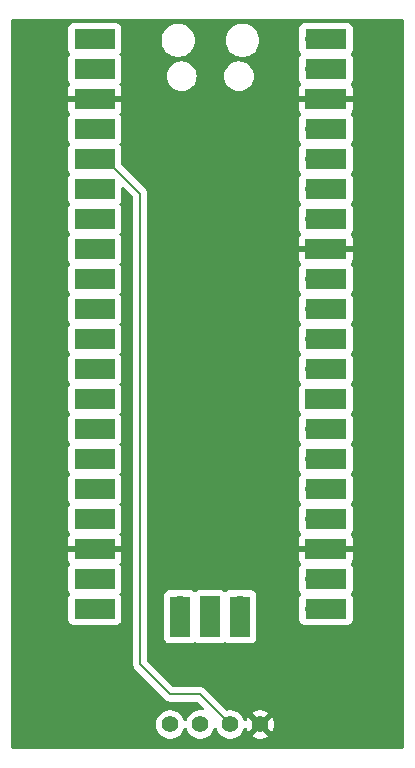
<source format=gbl>
G04 #@! TF.GenerationSoftware,KiCad,Pcbnew,8.0.1*
G04 #@! TF.CreationDate,2024-10-21T20:58:36+13:00*
G04 #@! TF.ProjectId,aurorawatchpcb,6175726f-7261-4776-9174-63687063622e,rev?*
G04 #@! TF.SameCoordinates,Original*
G04 #@! TF.FileFunction,Copper,L2,Bot*
G04 #@! TF.FilePolarity,Positive*
%FSLAX46Y46*%
G04 Gerber Fmt 4.6, Leading zero omitted, Abs format (unit mm)*
G04 Created by KiCad (PCBNEW 8.0.1) date 2024-10-21 20:58:36*
%MOMM*%
%LPD*%
G01*
G04 APERTURE LIST*
G04 #@! TA.AperFunction,SMDPad,CuDef*
%ADD10R,1.700000X3.500000*%
G04 #@! TD*
G04 #@! TA.AperFunction,ComponentPad*
%ADD11O,1.700000X1.700000*%
G04 #@! TD*
G04 #@! TA.AperFunction,ComponentPad*
%ADD12R,1.700000X1.700000*%
G04 #@! TD*
G04 #@! TA.AperFunction,SMDPad,CuDef*
%ADD13R,3.500000X1.700000*%
G04 #@! TD*
G04 #@! TA.AperFunction,ComponentPad*
%ADD14C,1.400000*%
G04 #@! TD*
G04 #@! TA.AperFunction,Conductor*
%ADD15C,0.200000*%
G04 #@! TD*
G04 APERTURE END LIST*
D10*
X111353800Y-114070200D03*
D11*
X111353800Y-113170200D03*
D10*
X113893800Y-114070200D03*
D12*
X113893800Y-113170200D03*
D11*
X116433800Y-113170200D03*
D10*
X116433800Y-114070200D03*
D13*
X104103800Y-65140200D03*
D11*
X105003800Y-65140200D03*
X105003800Y-67680200D03*
D13*
X104103800Y-67680200D03*
D12*
X105003800Y-70220200D03*
D13*
X104103800Y-70220200D03*
D11*
X105003800Y-72760200D03*
D13*
X104103800Y-72760200D03*
X104103800Y-75300200D03*
D11*
X105003800Y-75300200D03*
X105003800Y-77840200D03*
D13*
X104103800Y-77840200D03*
D11*
X105003800Y-80380200D03*
D13*
X104103800Y-80380200D03*
D12*
X105003800Y-82920200D03*
D13*
X104103800Y-82920200D03*
X104103800Y-85460200D03*
D11*
X105003800Y-85460200D03*
D13*
X104103800Y-88000200D03*
D11*
X105003800Y-88000200D03*
X105003800Y-90540200D03*
D13*
X104103800Y-90540200D03*
X104103800Y-93080200D03*
D11*
X105003800Y-93080200D03*
D13*
X104103800Y-95620200D03*
D12*
X105003800Y-95620200D03*
D13*
X104103800Y-98160200D03*
D11*
X105003800Y-98160200D03*
X105003800Y-100700200D03*
D13*
X104103800Y-100700200D03*
D11*
X105003800Y-103240200D03*
D13*
X104103800Y-103240200D03*
X104103800Y-105780200D03*
D11*
X105003800Y-105780200D03*
D12*
X105003800Y-108320200D03*
D13*
X104103800Y-108320200D03*
D11*
X105003800Y-110860200D03*
D13*
X104103800Y-110860200D03*
D11*
X105003800Y-113400200D03*
D13*
X104103800Y-113400200D03*
D11*
X122783800Y-113400200D03*
D13*
X123683800Y-113400200D03*
X123683800Y-110860200D03*
D11*
X122783800Y-110860200D03*
D12*
X122783800Y-108320200D03*
D13*
X123683800Y-108320200D03*
D11*
X122783800Y-105780200D03*
D13*
X123683800Y-105780200D03*
D11*
X122783800Y-103240200D03*
D13*
X123683800Y-103240200D03*
X123683800Y-100700200D03*
D11*
X122783800Y-100700200D03*
X122783800Y-98160200D03*
D13*
X123683800Y-98160200D03*
X123683800Y-95620200D03*
D12*
X122783800Y-95620200D03*
D13*
X123683800Y-93080200D03*
D11*
X122783800Y-93080200D03*
X122783800Y-90540200D03*
D13*
X123683800Y-90540200D03*
X123683800Y-88000200D03*
D11*
X122783800Y-88000200D03*
X122783800Y-85460200D03*
D13*
X123683800Y-85460200D03*
X123683800Y-82920200D03*
D12*
X122783800Y-82920200D03*
D11*
X122783800Y-80380200D03*
D13*
X123683800Y-80380200D03*
X123683800Y-77840200D03*
D11*
X122783800Y-77840200D03*
D13*
X123683800Y-75300200D03*
D11*
X122783800Y-75300200D03*
D13*
X123683800Y-72760200D03*
D11*
X122783800Y-72760200D03*
D12*
X122783800Y-70220200D03*
D13*
X123683800Y-70220200D03*
X123683800Y-67680200D03*
D11*
X122783800Y-67680200D03*
D13*
X123683800Y-65140200D03*
D11*
X122783800Y-65140200D03*
D14*
X118110000Y-123190000D03*
X115570000Y-123190000D03*
X113030000Y-123190000D03*
X110490000Y-123190000D03*
D15*
X107950000Y-78246400D02*
X105003800Y-75300200D01*
X110490000Y-120650000D02*
X107950000Y-118110000D01*
X115265200Y-122885200D02*
X113030000Y-120650000D01*
X113030000Y-120650000D02*
X110490000Y-120650000D01*
X115265200Y-123190000D02*
X115265200Y-122885200D01*
X107950000Y-118110000D02*
X107950000Y-78246400D01*
G04 #@! TA.AperFunction,Conductor*
G36*
X130252539Y-63507939D02*
G01*
X130298294Y-63560743D01*
X130309500Y-63612254D01*
X130309500Y-125105500D01*
X130289815Y-125172539D01*
X130237011Y-125218294D01*
X130185500Y-125229500D01*
X97144500Y-125229500D01*
X97077461Y-125209815D01*
X97031706Y-125157011D01*
X97020500Y-125105500D01*
X97020500Y-114298070D01*
X101853300Y-114298070D01*
X101853301Y-114298076D01*
X101859708Y-114357683D01*
X101910002Y-114492528D01*
X101910006Y-114492535D01*
X101996252Y-114607744D01*
X101996255Y-114607747D01*
X102111464Y-114693993D01*
X102111471Y-114693997D01*
X102246317Y-114744291D01*
X102246316Y-114744291D01*
X102253244Y-114745035D01*
X102305927Y-114750700D01*
X104939411Y-114750699D01*
X104950219Y-114751171D01*
X105003799Y-114755859D01*
X105003800Y-114755859D01*
X105003801Y-114755859D01*
X105057380Y-114751171D01*
X105068188Y-114750699D01*
X105901671Y-114750699D01*
X105901672Y-114750699D01*
X105961283Y-114744291D01*
X106096131Y-114693996D01*
X106211346Y-114607746D01*
X106297596Y-114492531D01*
X106347891Y-114357683D01*
X106354300Y-114298073D01*
X106354299Y-113464583D01*
X106354771Y-113453776D01*
X106359459Y-113400200D01*
X106359459Y-113400199D01*
X106354771Y-113346621D01*
X106354299Y-113335813D01*
X106354299Y-112502329D01*
X106354298Y-112502323D01*
X106354297Y-112502316D01*
X106347891Y-112442717D01*
X106297596Y-112307869D01*
X106220221Y-112204509D01*
X106195804Y-112139048D01*
X106210655Y-112070775D01*
X106220216Y-112055896D01*
X106297596Y-111952531D01*
X106347891Y-111817683D01*
X106354300Y-111758073D01*
X106354299Y-110924583D01*
X106354771Y-110913776D01*
X106359459Y-110860200D01*
X106359459Y-110860199D01*
X106354771Y-110806621D01*
X106354299Y-110795813D01*
X106354299Y-109962329D01*
X106354298Y-109962323D01*
X106354297Y-109962316D01*
X106347891Y-109902717D01*
X106297596Y-109767869D01*
X106219909Y-109664093D01*
X106195492Y-109598630D01*
X106210343Y-109530357D01*
X106219910Y-109515471D01*
X106297152Y-109412289D01*
X106297154Y-109412286D01*
X106347396Y-109277579D01*
X106347398Y-109277572D01*
X106353799Y-109218044D01*
X106353800Y-109218027D01*
X106353800Y-108570200D01*
X105448360Y-108570200D01*
X105479045Y-108517053D01*
X105513800Y-108387343D01*
X105513800Y-108253057D01*
X105479045Y-108123347D01*
X105448360Y-108070200D01*
X106353800Y-108070200D01*
X106353800Y-107422372D01*
X106353799Y-107422355D01*
X106347398Y-107362827D01*
X106347396Y-107362820D01*
X106297154Y-107228113D01*
X106297152Y-107228110D01*
X106219910Y-107124929D01*
X106195492Y-107059465D01*
X106210343Y-106991192D01*
X106219905Y-106976311D01*
X106297596Y-106872531D01*
X106347891Y-106737683D01*
X106354300Y-106678073D01*
X106354299Y-105844583D01*
X106354771Y-105833776D01*
X106359459Y-105780200D01*
X106359459Y-105780199D01*
X106354771Y-105726621D01*
X106354299Y-105715813D01*
X106354299Y-104882329D01*
X106354298Y-104882323D01*
X106354297Y-104882316D01*
X106347891Y-104822717D01*
X106297596Y-104687869D01*
X106220221Y-104584509D01*
X106195804Y-104519048D01*
X106210655Y-104450775D01*
X106220216Y-104435896D01*
X106297596Y-104332531D01*
X106347891Y-104197683D01*
X106354300Y-104138073D01*
X106354299Y-103304583D01*
X106354771Y-103293776D01*
X106359459Y-103240200D01*
X106359459Y-103240199D01*
X106354771Y-103186621D01*
X106354299Y-103175813D01*
X106354299Y-102342329D01*
X106354298Y-102342323D01*
X106354297Y-102342316D01*
X106347891Y-102282717D01*
X106297596Y-102147869D01*
X106220221Y-102044509D01*
X106195804Y-101979048D01*
X106210655Y-101910775D01*
X106220216Y-101895896D01*
X106297596Y-101792531D01*
X106347891Y-101657683D01*
X106354300Y-101598073D01*
X106354299Y-100764583D01*
X106354771Y-100753776D01*
X106359459Y-100700200D01*
X106359459Y-100700199D01*
X106354771Y-100646621D01*
X106354299Y-100635813D01*
X106354299Y-99802329D01*
X106354298Y-99802323D01*
X106354297Y-99802316D01*
X106347891Y-99742717D01*
X106297596Y-99607869D01*
X106220221Y-99504509D01*
X106195804Y-99439048D01*
X106210655Y-99370775D01*
X106220216Y-99355896D01*
X106297596Y-99252531D01*
X106347891Y-99117683D01*
X106354300Y-99058073D01*
X106354299Y-98224583D01*
X106354771Y-98213776D01*
X106359459Y-98160200D01*
X106359459Y-98160199D01*
X106354771Y-98106621D01*
X106354299Y-98095813D01*
X106354299Y-97262329D01*
X106354298Y-97262323D01*
X106354297Y-97262316D01*
X106347891Y-97202717D01*
X106297596Y-97067869D01*
X106220221Y-96964509D01*
X106195804Y-96899048D01*
X106210655Y-96830775D01*
X106220216Y-96815896D01*
X106297596Y-96712531D01*
X106347891Y-96577683D01*
X106354300Y-96518073D01*
X106354299Y-94722328D01*
X106347891Y-94662717D01*
X106297596Y-94527869D01*
X106220221Y-94424509D01*
X106195804Y-94359048D01*
X106210655Y-94290775D01*
X106220216Y-94275896D01*
X106297596Y-94172531D01*
X106347891Y-94037683D01*
X106354300Y-93978073D01*
X106354299Y-93144583D01*
X106354771Y-93133776D01*
X106359459Y-93080200D01*
X106359459Y-93080199D01*
X106354771Y-93026621D01*
X106354299Y-93015813D01*
X106354299Y-92182329D01*
X106354298Y-92182323D01*
X106354297Y-92182316D01*
X106347891Y-92122717D01*
X106297596Y-91987869D01*
X106220221Y-91884509D01*
X106195804Y-91819048D01*
X106210655Y-91750775D01*
X106220216Y-91735896D01*
X106297596Y-91632531D01*
X106347891Y-91497683D01*
X106354300Y-91438073D01*
X106354299Y-90604583D01*
X106354771Y-90593776D01*
X106359459Y-90540200D01*
X106359459Y-90540199D01*
X106354771Y-90486621D01*
X106354299Y-90475813D01*
X106354299Y-89642329D01*
X106354298Y-89642323D01*
X106354297Y-89642316D01*
X106347891Y-89582717D01*
X106297596Y-89447869D01*
X106220221Y-89344509D01*
X106195804Y-89279048D01*
X106210655Y-89210775D01*
X106220216Y-89195896D01*
X106297596Y-89092531D01*
X106347891Y-88957683D01*
X106354300Y-88898073D01*
X106354299Y-88064583D01*
X106354771Y-88053776D01*
X106359459Y-88000200D01*
X106359459Y-88000199D01*
X106354771Y-87946621D01*
X106354299Y-87935813D01*
X106354299Y-87102329D01*
X106354298Y-87102323D01*
X106354297Y-87102316D01*
X106347891Y-87042717D01*
X106297596Y-86907869D01*
X106220221Y-86804509D01*
X106195804Y-86739048D01*
X106210655Y-86670775D01*
X106220216Y-86655896D01*
X106297596Y-86552531D01*
X106347891Y-86417683D01*
X106354300Y-86358073D01*
X106354299Y-85524583D01*
X106354771Y-85513776D01*
X106359459Y-85460200D01*
X106359459Y-85460199D01*
X106354771Y-85406621D01*
X106354299Y-85395813D01*
X106354299Y-84562329D01*
X106354298Y-84562323D01*
X106354297Y-84562316D01*
X106347891Y-84502717D01*
X106297596Y-84367869D01*
X106220221Y-84264509D01*
X106195804Y-84199048D01*
X106210655Y-84130775D01*
X106220216Y-84115896D01*
X106297596Y-84012531D01*
X106347891Y-83877683D01*
X106354300Y-83818073D01*
X106354299Y-82022328D01*
X106347891Y-81962717D01*
X106297596Y-81827869D01*
X106220221Y-81724509D01*
X106195804Y-81659048D01*
X106210655Y-81590775D01*
X106220216Y-81575896D01*
X106297596Y-81472531D01*
X106347891Y-81337683D01*
X106354300Y-81278073D01*
X106354299Y-80444583D01*
X106354771Y-80433776D01*
X106359459Y-80380200D01*
X106359459Y-80380199D01*
X106354771Y-80326621D01*
X106354299Y-80315813D01*
X106354299Y-79482329D01*
X106354298Y-79482323D01*
X106354297Y-79482316D01*
X106347891Y-79422717D01*
X106297596Y-79287869D01*
X106220221Y-79184509D01*
X106195804Y-79119048D01*
X106210655Y-79050775D01*
X106220216Y-79035896D01*
X106297596Y-78932531D01*
X106347891Y-78797683D01*
X106354300Y-78738073D01*
X106354299Y-77904583D01*
X106354771Y-77893776D01*
X106356179Y-77877684D01*
X106359459Y-77840200D01*
X106357022Y-77812354D01*
X106370787Y-77743857D01*
X106419401Y-77693673D01*
X106487429Y-77677738D01*
X106553273Y-77701111D01*
X106568231Y-77713866D01*
X107313181Y-78458816D01*
X107346666Y-78520139D01*
X107349500Y-78546497D01*
X107349500Y-118023330D01*
X107349499Y-118023348D01*
X107349499Y-118189054D01*
X107349498Y-118189054D01*
X107390423Y-118341785D01*
X107419358Y-118391900D01*
X107419359Y-118391904D01*
X107419360Y-118391904D01*
X107469479Y-118478714D01*
X107469481Y-118478717D01*
X107588349Y-118597585D01*
X107588355Y-118597590D01*
X110005139Y-121014374D01*
X110005149Y-121014385D01*
X110009479Y-121018715D01*
X110009480Y-121018716D01*
X110121284Y-121130520D01*
X110121286Y-121130521D01*
X110121290Y-121130524D01*
X110258209Y-121209573D01*
X110258216Y-121209577D01*
X110370019Y-121239534D01*
X110410942Y-121250500D01*
X110410943Y-121250500D01*
X112729903Y-121250500D01*
X112796942Y-121270185D01*
X112817584Y-121286819D01*
X113324256Y-121793492D01*
X113357741Y-121854815D01*
X113352757Y-121924507D01*
X113310885Y-121980440D01*
X113245421Y-122004857D01*
X113213793Y-122003062D01*
X113141243Y-121989500D01*
X112918757Y-121989500D01*
X112700060Y-122030382D01*
X112568864Y-122081207D01*
X112492601Y-122110752D01*
X112492595Y-122110754D01*
X112303439Y-122227874D01*
X112303437Y-122227876D01*
X112139020Y-122377761D01*
X112004943Y-122555308D01*
X112004938Y-122555316D01*
X111905775Y-122754461D01*
X111905769Y-122754476D01*
X111879266Y-122847627D01*
X111841987Y-122906721D01*
X111778677Y-122936278D01*
X111709438Y-122926916D01*
X111656251Y-122881606D01*
X111640734Y-122847627D01*
X111614230Y-122754476D01*
X111614229Y-122754472D01*
X111515188Y-122555572D01*
X111515061Y-122555316D01*
X111515056Y-122555308D01*
X111380979Y-122377761D01*
X111216562Y-122227876D01*
X111216560Y-122227874D01*
X111027404Y-122110754D01*
X111027398Y-122110752D01*
X110819940Y-122030382D01*
X110601243Y-121989500D01*
X110378757Y-121989500D01*
X110160060Y-122030382D01*
X110028864Y-122081207D01*
X109952601Y-122110752D01*
X109952595Y-122110754D01*
X109763439Y-122227874D01*
X109763437Y-122227876D01*
X109599020Y-122377761D01*
X109464943Y-122555308D01*
X109464938Y-122555316D01*
X109365775Y-122754461D01*
X109365769Y-122754476D01*
X109304885Y-122968462D01*
X109304884Y-122968464D01*
X109284357Y-123189999D01*
X109284357Y-123190000D01*
X109304884Y-123411535D01*
X109304885Y-123411537D01*
X109365769Y-123625523D01*
X109365775Y-123625538D01*
X109464938Y-123824683D01*
X109464943Y-123824691D01*
X109599020Y-124002238D01*
X109763437Y-124152123D01*
X109763439Y-124152125D01*
X109952595Y-124269245D01*
X109952596Y-124269245D01*
X109952599Y-124269247D01*
X110160060Y-124349618D01*
X110378757Y-124390500D01*
X110378759Y-124390500D01*
X110601241Y-124390500D01*
X110601243Y-124390500D01*
X110819940Y-124349618D01*
X111027401Y-124269247D01*
X111216562Y-124152124D01*
X111380981Y-124002236D01*
X111515058Y-123824689D01*
X111614229Y-123625528D01*
X111640734Y-123532371D01*
X111678013Y-123473278D01*
X111741323Y-123443721D01*
X111810562Y-123453083D01*
X111863749Y-123498393D01*
X111879266Y-123532372D01*
X111905769Y-123625523D01*
X111905775Y-123625538D01*
X112004938Y-123824683D01*
X112004943Y-123824691D01*
X112139020Y-124002238D01*
X112303437Y-124152123D01*
X112303439Y-124152125D01*
X112492595Y-124269245D01*
X112492596Y-124269245D01*
X112492599Y-124269247D01*
X112700060Y-124349618D01*
X112918757Y-124390500D01*
X112918759Y-124390500D01*
X113141241Y-124390500D01*
X113141243Y-124390500D01*
X113359940Y-124349618D01*
X113567401Y-124269247D01*
X113756562Y-124152124D01*
X113920981Y-124002236D01*
X114055058Y-123824689D01*
X114154229Y-123625528D01*
X114180734Y-123532371D01*
X114218013Y-123473278D01*
X114281323Y-123443721D01*
X114350562Y-123453083D01*
X114403749Y-123498393D01*
X114419266Y-123532372D01*
X114445769Y-123625523D01*
X114445775Y-123625538D01*
X114544938Y-123824683D01*
X114544943Y-123824691D01*
X114679020Y-124002238D01*
X114843437Y-124152123D01*
X114843439Y-124152125D01*
X115032595Y-124269245D01*
X115032596Y-124269245D01*
X115032599Y-124269247D01*
X115240060Y-124349618D01*
X115458757Y-124390500D01*
X115458759Y-124390500D01*
X115681241Y-124390500D01*
X115681243Y-124390500D01*
X115899940Y-124349618D01*
X116107401Y-124269247D01*
X116296562Y-124152124D01*
X116460981Y-124002236D01*
X116595058Y-123824689D01*
X116694229Y-123625528D01*
X116720995Y-123531455D01*
X116758272Y-123472367D01*
X116821581Y-123442809D01*
X116890821Y-123452171D01*
X116944007Y-123497480D01*
X116959525Y-123531460D01*
X116986236Y-123625342D01*
X116986239Y-123625348D01*
X117085369Y-123824428D01*
X117101137Y-123845308D01*
X117101138Y-123845308D01*
X117627037Y-123319409D01*
X117644075Y-123382993D01*
X117709901Y-123497007D01*
X117802993Y-123590099D01*
X117917007Y-123655925D01*
X117980590Y-123672962D01*
X117456672Y-124196879D01*
X117456672Y-124196880D01*
X117572821Y-124268797D01*
X117572822Y-124268798D01*
X117780195Y-124349134D01*
X117998807Y-124390000D01*
X118221193Y-124390000D01*
X118439809Y-124349133D01*
X118647168Y-124268801D01*
X118647181Y-124268795D01*
X118763326Y-124196879D01*
X118239410Y-123672962D01*
X118302993Y-123655925D01*
X118417007Y-123590099D01*
X118510099Y-123497007D01*
X118575925Y-123382993D01*
X118592962Y-123319409D01*
X119118861Y-123845308D01*
X119134631Y-123824425D01*
X119134633Y-123824422D01*
X119233759Y-123625350D01*
X119294621Y-123411439D01*
X119315141Y-123190000D01*
X119315141Y-123189999D01*
X119294621Y-122968560D01*
X119233759Y-122754649D01*
X119134635Y-122555580D01*
X119134630Y-122555572D01*
X119118860Y-122534690D01*
X118592962Y-123060589D01*
X118575925Y-122997007D01*
X118510099Y-122882993D01*
X118417007Y-122789901D01*
X118302993Y-122724075D01*
X118239409Y-122707037D01*
X118763327Y-122183119D01*
X118647178Y-122111202D01*
X118647177Y-122111201D01*
X118439804Y-122030865D01*
X118221193Y-121990000D01*
X117998807Y-121990000D01*
X117780195Y-122030865D01*
X117572824Y-122111200D01*
X117572823Y-122111201D01*
X117456671Y-122183119D01*
X117980590Y-122707037D01*
X117917007Y-122724075D01*
X117802993Y-122789901D01*
X117709901Y-122882993D01*
X117644075Y-122997007D01*
X117627037Y-123060590D01*
X117101138Y-122534691D01*
X117101137Y-122534691D01*
X117085368Y-122555574D01*
X116986239Y-122754651D01*
X116986237Y-122754655D01*
X116959525Y-122848540D01*
X116922246Y-122907633D01*
X116858936Y-122937190D01*
X116789697Y-122927828D01*
X116736510Y-122882518D01*
X116720994Y-122848541D01*
X116694229Y-122754472D01*
X116595188Y-122555572D01*
X116595061Y-122555316D01*
X116595056Y-122555308D01*
X116460979Y-122377761D01*
X116296562Y-122227876D01*
X116296560Y-122227874D01*
X116107404Y-122110754D01*
X116107398Y-122110752D01*
X115899940Y-122030382D01*
X115681243Y-121989500D01*
X115458757Y-121989500D01*
X115388734Y-122002589D01*
X115320783Y-122015291D01*
X115251268Y-122008259D01*
X115210318Y-121981083D01*
X113517590Y-120288355D01*
X113517588Y-120288352D01*
X113398717Y-120169481D01*
X113398716Y-120169480D01*
X113311904Y-120119360D01*
X113311904Y-120119359D01*
X113311900Y-120119358D01*
X113261785Y-120090423D01*
X113109057Y-120049499D01*
X112950943Y-120049499D01*
X112943347Y-120049499D01*
X112943331Y-120049500D01*
X110790097Y-120049500D01*
X110723058Y-120029815D01*
X110702416Y-120013181D01*
X108586819Y-117897584D01*
X108553334Y-117836261D01*
X108550500Y-117809903D01*
X108550500Y-113170201D01*
X109998141Y-113170201D01*
X110002828Y-113223774D01*
X110003300Y-113234581D01*
X110003300Y-115868070D01*
X110003301Y-115868076D01*
X110009708Y-115927683D01*
X110060002Y-116062528D01*
X110060006Y-116062535D01*
X110146252Y-116177744D01*
X110146255Y-116177747D01*
X110261464Y-116263993D01*
X110261471Y-116263997D01*
X110396317Y-116314291D01*
X110396316Y-116314291D01*
X110403244Y-116315035D01*
X110455927Y-116320700D01*
X112251672Y-116320699D01*
X112311283Y-116314291D01*
X112446131Y-116263996D01*
X112549490Y-116186621D01*
X112614952Y-116162204D01*
X112683225Y-116177055D01*
X112698103Y-116186616D01*
X112801465Y-116263993D01*
X112801468Y-116263995D01*
X112801471Y-116263997D01*
X112936317Y-116314291D01*
X112936316Y-116314291D01*
X112943244Y-116315035D01*
X112995927Y-116320700D01*
X114791672Y-116320699D01*
X114851283Y-116314291D01*
X114986131Y-116263996D01*
X115089490Y-116186621D01*
X115154952Y-116162204D01*
X115223225Y-116177055D01*
X115238103Y-116186616D01*
X115341465Y-116263993D01*
X115341468Y-116263995D01*
X115341471Y-116263997D01*
X115476317Y-116314291D01*
X115476316Y-116314291D01*
X115483244Y-116315035D01*
X115535927Y-116320700D01*
X117331672Y-116320699D01*
X117391283Y-116314291D01*
X117526131Y-116263996D01*
X117641346Y-116177746D01*
X117727596Y-116062531D01*
X117777891Y-115927683D01*
X117784300Y-115868073D01*
X117784299Y-113400202D01*
X121428141Y-113400202D01*
X121432828Y-113453776D01*
X121433300Y-113464583D01*
X121433300Y-114298070D01*
X121433301Y-114298076D01*
X121439708Y-114357683D01*
X121490002Y-114492528D01*
X121490006Y-114492535D01*
X121576252Y-114607744D01*
X121576255Y-114607747D01*
X121691464Y-114693993D01*
X121691471Y-114693997D01*
X121826317Y-114744291D01*
X121826316Y-114744291D01*
X121833244Y-114745035D01*
X121885927Y-114750700D01*
X122719416Y-114750699D01*
X122730225Y-114751171D01*
X122783800Y-114755859D01*
X122837375Y-114751171D01*
X122848184Y-114750699D01*
X125481671Y-114750699D01*
X125481672Y-114750699D01*
X125541283Y-114744291D01*
X125676131Y-114693996D01*
X125791346Y-114607746D01*
X125877596Y-114492531D01*
X125927891Y-114357683D01*
X125934300Y-114298073D01*
X125934299Y-112502328D01*
X125927891Y-112442717D01*
X125877596Y-112307869D01*
X125800221Y-112204509D01*
X125775804Y-112139048D01*
X125790655Y-112070775D01*
X125800216Y-112055896D01*
X125877596Y-111952531D01*
X125927891Y-111817683D01*
X125934300Y-111758073D01*
X125934299Y-109962328D01*
X125927891Y-109902717D01*
X125877596Y-109767869D01*
X125799909Y-109664093D01*
X125775492Y-109598630D01*
X125790343Y-109530357D01*
X125799910Y-109515471D01*
X125877152Y-109412289D01*
X125877154Y-109412286D01*
X125927396Y-109277579D01*
X125927398Y-109277572D01*
X125933799Y-109218044D01*
X125933800Y-109218027D01*
X125933800Y-108570200D01*
X123228360Y-108570200D01*
X123259045Y-108517053D01*
X123293800Y-108387343D01*
X123293800Y-108253057D01*
X123259045Y-108123347D01*
X123228360Y-108070200D01*
X125933800Y-108070200D01*
X125933800Y-107422372D01*
X125933799Y-107422355D01*
X125927398Y-107362827D01*
X125927396Y-107362820D01*
X125877154Y-107228113D01*
X125877152Y-107228110D01*
X125799910Y-107124929D01*
X125775492Y-107059465D01*
X125790343Y-106991192D01*
X125799905Y-106976311D01*
X125877596Y-106872531D01*
X125927891Y-106737683D01*
X125934300Y-106678073D01*
X125934299Y-104882328D01*
X125927891Y-104822717D01*
X125877596Y-104687869D01*
X125800221Y-104584509D01*
X125775804Y-104519048D01*
X125790655Y-104450775D01*
X125800216Y-104435896D01*
X125877596Y-104332531D01*
X125927891Y-104197683D01*
X125934300Y-104138073D01*
X125934299Y-102342328D01*
X125927891Y-102282717D01*
X125877596Y-102147869D01*
X125800221Y-102044509D01*
X125775804Y-101979048D01*
X125790655Y-101910775D01*
X125800216Y-101895896D01*
X125877596Y-101792531D01*
X125927891Y-101657683D01*
X125934300Y-101598073D01*
X125934299Y-99802328D01*
X125927891Y-99742717D01*
X125877596Y-99607869D01*
X125800221Y-99504509D01*
X125775804Y-99439048D01*
X125790655Y-99370775D01*
X125800216Y-99355896D01*
X125877596Y-99252531D01*
X125927891Y-99117683D01*
X125934300Y-99058073D01*
X125934299Y-97262328D01*
X125927891Y-97202717D01*
X125877596Y-97067869D01*
X125800221Y-96964509D01*
X125775804Y-96899048D01*
X125790655Y-96830775D01*
X125800216Y-96815896D01*
X125877596Y-96712531D01*
X125927891Y-96577683D01*
X125934300Y-96518073D01*
X125934299Y-94722328D01*
X125927891Y-94662717D01*
X125877596Y-94527869D01*
X125800221Y-94424509D01*
X125775804Y-94359048D01*
X125790655Y-94290775D01*
X125800216Y-94275896D01*
X125877596Y-94172531D01*
X125927891Y-94037683D01*
X125934300Y-93978073D01*
X125934299Y-92182328D01*
X125927891Y-92122717D01*
X125877596Y-91987869D01*
X125800221Y-91884509D01*
X125775804Y-91819048D01*
X125790655Y-91750775D01*
X125800216Y-91735896D01*
X125877596Y-91632531D01*
X125927891Y-91497683D01*
X125934300Y-91438073D01*
X125934299Y-89642328D01*
X125927891Y-89582717D01*
X125877596Y-89447869D01*
X125800221Y-89344509D01*
X125775804Y-89279048D01*
X125790655Y-89210775D01*
X125800216Y-89195896D01*
X125877596Y-89092531D01*
X125927891Y-88957683D01*
X125934300Y-88898073D01*
X125934299Y-87102328D01*
X125927891Y-87042717D01*
X125877596Y-86907869D01*
X125800221Y-86804509D01*
X125775804Y-86739048D01*
X125790655Y-86670775D01*
X125800216Y-86655896D01*
X125877596Y-86552531D01*
X125927891Y-86417683D01*
X125934300Y-86358073D01*
X125934299Y-84562328D01*
X125927891Y-84502717D01*
X125877596Y-84367869D01*
X125799909Y-84264093D01*
X125775492Y-84198630D01*
X125790343Y-84130357D01*
X125799910Y-84115471D01*
X125877152Y-84012289D01*
X125877154Y-84012286D01*
X125927396Y-83877579D01*
X125927398Y-83877572D01*
X125933799Y-83818044D01*
X125933800Y-83818027D01*
X125933800Y-83170200D01*
X123228360Y-83170200D01*
X123259045Y-83117053D01*
X123293800Y-82987343D01*
X123293800Y-82853057D01*
X123259045Y-82723347D01*
X123228360Y-82670200D01*
X125933800Y-82670200D01*
X125933800Y-82022372D01*
X125933799Y-82022355D01*
X125927398Y-81962827D01*
X125927396Y-81962820D01*
X125877154Y-81828113D01*
X125877152Y-81828110D01*
X125799910Y-81724929D01*
X125775492Y-81659465D01*
X125790343Y-81591192D01*
X125799905Y-81576311D01*
X125877596Y-81472531D01*
X125927891Y-81337683D01*
X125934300Y-81278073D01*
X125934299Y-79482328D01*
X125927891Y-79422717D01*
X125877596Y-79287869D01*
X125800221Y-79184509D01*
X125775804Y-79119048D01*
X125790655Y-79050775D01*
X125800216Y-79035896D01*
X125877596Y-78932531D01*
X125927891Y-78797683D01*
X125934300Y-78738073D01*
X125934299Y-76942328D01*
X125927891Y-76882717D01*
X125877596Y-76747869D01*
X125800221Y-76644509D01*
X125775804Y-76579048D01*
X125790655Y-76510775D01*
X125800216Y-76495896D01*
X125877596Y-76392531D01*
X125927891Y-76257683D01*
X125934300Y-76198073D01*
X125934299Y-74402328D01*
X125927891Y-74342717D01*
X125877596Y-74207869D01*
X125800221Y-74104509D01*
X125775804Y-74039048D01*
X125790655Y-73970775D01*
X125800216Y-73955896D01*
X125877596Y-73852531D01*
X125927891Y-73717683D01*
X125934300Y-73658073D01*
X125934299Y-71862328D01*
X125927891Y-71802717D01*
X125877596Y-71667869D01*
X125799909Y-71564093D01*
X125775492Y-71498630D01*
X125790343Y-71430357D01*
X125799910Y-71415471D01*
X125877152Y-71312289D01*
X125877154Y-71312286D01*
X125927396Y-71177579D01*
X125927398Y-71177572D01*
X125933799Y-71118044D01*
X125933800Y-71118027D01*
X125933800Y-70470200D01*
X123228360Y-70470200D01*
X123259045Y-70417053D01*
X123293800Y-70287343D01*
X123293800Y-70153057D01*
X123259045Y-70023347D01*
X123228360Y-69970200D01*
X125933800Y-69970200D01*
X125933800Y-69322372D01*
X125933799Y-69322355D01*
X125927398Y-69262827D01*
X125927396Y-69262820D01*
X125877154Y-69128113D01*
X125877152Y-69128110D01*
X125799910Y-69024929D01*
X125775492Y-68959465D01*
X125790343Y-68891192D01*
X125799905Y-68876311D01*
X125877596Y-68772531D01*
X125927891Y-68637683D01*
X125934300Y-68578073D01*
X125934299Y-66782328D01*
X125927891Y-66722717D01*
X125877596Y-66587869D01*
X125800221Y-66484509D01*
X125775804Y-66419048D01*
X125790655Y-66350775D01*
X125800216Y-66335896D01*
X125877596Y-66232531D01*
X125927891Y-66097683D01*
X125934300Y-66038073D01*
X125934299Y-64242328D01*
X125927891Y-64182717D01*
X125894701Y-64093731D01*
X125877597Y-64047871D01*
X125877593Y-64047864D01*
X125791347Y-63932655D01*
X125791344Y-63932652D01*
X125676135Y-63846406D01*
X125676128Y-63846402D01*
X125541282Y-63796108D01*
X125541283Y-63796108D01*
X125481683Y-63789701D01*
X125481681Y-63789700D01*
X125481673Y-63789700D01*
X125481665Y-63789700D01*
X122848185Y-63789700D01*
X122837378Y-63789228D01*
X122783801Y-63784541D01*
X122783797Y-63784541D01*
X122730219Y-63789228D01*
X122719413Y-63789700D01*
X121885929Y-63789700D01*
X121885923Y-63789701D01*
X121826316Y-63796108D01*
X121691471Y-63846402D01*
X121691464Y-63846406D01*
X121576255Y-63932652D01*
X121576252Y-63932655D01*
X121490006Y-64047864D01*
X121490002Y-64047871D01*
X121439708Y-64182717D01*
X121433949Y-64236287D01*
X121433301Y-64242323D01*
X121433300Y-64242335D01*
X121433300Y-65075816D01*
X121432828Y-65086623D01*
X121428141Y-65140197D01*
X121428141Y-65140202D01*
X121432828Y-65193776D01*
X121433300Y-65204583D01*
X121433300Y-66038070D01*
X121433301Y-66038076D01*
X121439708Y-66097683D01*
X121490002Y-66232528D01*
X121490003Y-66232530D01*
X121567378Y-66335889D01*
X121591795Y-66401353D01*
X121576944Y-66469626D01*
X121567378Y-66484511D01*
X121490003Y-66587869D01*
X121490002Y-66587871D01*
X121439708Y-66722717D01*
X121433301Y-66782316D01*
X121433301Y-66782323D01*
X121433300Y-66782335D01*
X121433300Y-67615816D01*
X121432828Y-67626623D01*
X121428141Y-67680197D01*
X121428141Y-67680202D01*
X121432828Y-67733776D01*
X121433300Y-67744583D01*
X121433300Y-68578070D01*
X121433301Y-68578076D01*
X121439708Y-68637683D01*
X121490002Y-68772528D01*
X121490006Y-68772535D01*
X121567689Y-68876305D01*
X121592107Y-68941769D01*
X121577256Y-69010042D01*
X121567690Y-69024927D01*
X121490447Y-69128110D01*
X121490445Y-69128113D01*
X121440203Y-69262820D01*
X121440201Y-69262827D01*
X121433800Y-69322355D01*
X121433800Y-69970200D01*
X122339240Y-69970200D01*
X122308555Y-70023347D01*
X122273800Y-70153057D01*
X122273800Y-70287343D01*
X122308555Y-70417053D01*
X122339240Y-70470200D01*
X121433800Y-70470200D01*
X121433800Y-71118044D01*
X121440201Y-71177572D01*
X121440203Y-71177579D01*
X121490445Y-71312286D01*
X121490446Y-71312288D01*
X121567690Y-71415472D01*
X121592107Y-71480936D01*
X121577256Y-71549209D01*
X121567690Y-71564094D01*
X121490004Y-71667869D01*
X121490002Y-71667871D01*
X121439708Y-71802717D01*
X121433301Y-71862316D01*
X121433301Y-71862323D01*
X121433300Y-71862335D01*
X121433300Y-72695816D01*
X121432828Y-72706623D01*
X121428141Y-72760197D01*
X121428141Y-72760202D01*
X121432828Y-72813776D01*
X121433300Y-72824583D01*
X121433300Y-73658070D01*
X121433301Y-73658076D01*
X121439708Y-73717683D01*
X121490002Y-73852528D01*
X121490003Y-73852530D01*
X121567378Y-73955889D01*
X121591795Y-74021353D01*
X121576944Y-74089626D01*
X121567378Y-74104511D01*
X121490003Y-74207869D01*
X121490002Y-74207871D01*
X121439708Y-74342717D01*
X121433301Y-74402316D01*
X121433301Y-74402323D01*
X121433300Y-74402335D01*
X121433300Y-75235816D01*
X121432828Y-75246623D01*
X121428141Y-75300197D01*
X121428141Y-75300202D01*
X121432828Y-75353776D01*
X121433300Y-75364583D01*
X121433300Y-76198070D01*
X121433301Y-76198076D01*
X121439708Y-76257683D01*
X121490002Y-76392528D01*
X121490003Y-76392530D01*
X121567378Y-76495889D01*
X121591795Y-76561353D01*
X121576944Y-76629626D01*
X121567378Y-76644511D01*
X121490003Y-76747869D01*
X121490002Y-76747871D01*
X121439708Y-76882717D01*
X121433301Y-76942316D01*
X121433301Y-76942323D01*
X121433300Y-76942335D01*
X121433300Y-77775816D01*
X121432828Y-77786623D01*
X121428141Y-77840197D01*
X121428141Y-77840202D01*
X121432828Y-77893776D01*
X121433300Y-77904583D01*
X121433300Y-78738070D01*
X121433301Y-78738076D01*
X121439708Y-78797683D01*
X121490002Y-78932528D01*
X121490003Y-78932530D01*
X121567378Y-79035889D01*
X121591795Y-79101353D01*
X121576944Y-79169626D01*
X121567378Y-79184511D01*
X121490003Y-79287869D01*
X121490002Y-79287871D01*
X121439708Y-79422717D01*
X121433301Y-79482316D01*
X121433301Y-79482323D01*
X121433300Y-79482335D01*
X121433300Y-80315816D01*
X121432828Y-80326623D01*
X121428141Y-80380197D01*
X121428141Y-80380202D01*
X121432828Y-80433776D01*
X121433300Y-80444583D01*
X121433300Y-81278070D01*
X121433301Y-81278076D01*
X121439708Y-81337683D01*
X121490002Y-81472528D01*
X121490006Y-81472535D01*
X121567689Y-81576305D01*
X121592107Y-81641769D01*
X121577256Y-81710042D01*
X121567690Y-81724927D01*
X121490447Y-81828110D01*
X121490445Y-81828113D01*
X121440203Y-81962820D01*
X121440201Y-81962827D01*
X121433800Y-82022355D01*
X121433800Y-82670200D01*
X122339240Y-82670200D01*
X122308555Y-82723347D01*
X122273800Y-82853057D01*
X122273800Y-82987343D01*
X122308555Y-83117053D01*
X122339240Y-83170200D01*
X121433800Y-83170200D01*
X121433800Y-83818044D01*
X121440201Y-83877572D01*
X121440203Y-83877579D01*
X121490445Y-84012286D01*
X121490446Y-84012288D01*
X121567690Y-84115472D01*
X121592107Y-84180936D01*
X121577256Y-84249209D01*
X121567690Y-84264094D01*
X121490004Y-84367869D01*
X121490002Y-84367871D01*
X121439708Y-84502717D01*
X121433301Y-84562316D01*
X121433301Y-84562323D01*
X121433300Y-84562335D01*
X121433300Y-85395816D01*
X121432828Y-85406623D01*
X121428141Y-85460197D01*
X121428141Y-85460202D01*
X121432828Y-85513776D01*
X121433300Y-85524583D01*
X121433300Y-86358070D01*
X121433301Y-86358076D01*
X121439708Y-86417683D01*
X121490002Y-86552528D01*
X121490003Y-86552530D01*
X121567378Y-86655889D01*
X121591795Y-86721353D01*
X121576944Y-86789626D01*
X121567378Y-86804511D01*
X121490003Y-86907869D01*
X121490002Y-86907871D01*
X121439708Y-87042717D01*
X121433301Y-87102316D01*
X121433301Y-87102323D01*
X121433300Y-87102335D01*
X121433300Y-87935816D01*
X121432828Y-87946623D01*
X121428141Y-88000197D01*
X121428141Y-88000202D01*
X121432828Y-88053776D01*
X121433300Y-88064583D01*
X121433300Y-88898070D01*
X121433301Y-88898076D01*
X121439708Y-88957683D01*
X121490002Y-89092528D01*
X121490003Y-89092530D01*
X121567378Y-89195889D01*
X121591795Y-89261353D01*
X121576944Y-89329626D01*
X121567378Y-89344511D01*
X121490003Y-89447869D01*
X121490002Y-89447871D01*
X121439708Y-89582717D01*
X121433301Y-89642316D01*
X121433301Y-89642323D01*
X121433300Y-89642335D01*
X121433300Y-90475816D01*
X121432828Y-90486623D01*
X121428141Y-90540197D01*
X121428141Y-90540202D01*
X121432828Y-90593776D01*
X121433300Y-90604583D01*
X121433300Y-91438070D01*
X121433301Y-91438076D01*
X121439708Y-91497683D01*
X121490002Y-91632528D01*
X121490003Y-91632530D01*
X121567378Y-91735889D01*
X121591795Y-91801353D01*
X121576944Y-91869626D01*
X121567378Y-91884511D01*
X121490003Y-91987869D01*
X121490002Y-91987871D01*
X121439708Y-92122717D01*
X121433301Y-92182316D01*
X121433301Y-92182323D01*
X121433300Y-92182335D01*
X121433300Y-93015816D01*
X121432828Y-93026623D01*
X121428141Y-93080197D01*
X121428141Y-93080202D01*
X121432828Y-93133776D01*
X121433300Y-93144583D01*
X121433300Y-93978070D01*
X121433301Y-93978076D01*
X121439708Y-94037683D01*
X121490002Y-94172528D01*
X121490003Y-94172530D01*
X121567378Y-94275889D01*
X121591795Y-94341353D01*
X121576944Y-94409626D01*
X121567378Y-94424511D01*
X121490003Y-94527869D01*
X121490002Y-94527871D01*
X121439708Y-94662717D01*
X121433301Y-94722316D01*
X121433301Y-94722323D01*
X121433300Y-94722335D01*
X121433300Y-96518070D01*
X121433301Y-96518076D01*
X121439708Y-96577683D01*
X121490002Y-96712528D01*
X121490003Y-96712530D01*
X121567378Y-96815889D01*
X121591795Y-96881353D01*
X121576944Y-96949626D01*
X121567378Y-96964511D01*
X121490003Y-97067869D01*
X121490002Y-97067871D01*
X121439708Y-97202717D01*
X121433301Y-97262316D01*
X121433301Y-97262323D01*
X121433300Y-97262335D01*
X121433300Y-98095816D01*
X121432828Y-98106623D01*
X121428141Y-98160197D01*
X121428141Y-98160202D01*
X121432828Y-98213776D01*
X121433300Y-98224583D01*
X121433300Y-99058070D01*
X121433301Y-99058076D01*
X121439708Y-99117683D01*
X121490002Y-99252528D01*
X121490003Y-99252530D01*
X121567378Y-99355889D01*
X121591795Y-99421353D01*
X121576944Y-99489626D01*
X121567378Y-99504511D01*
X121490003Y-99607869D01*
X121490002Y-99607871D01*
X121439708Y-99742717D01*
X121433301Y-99802316D01*
X121433301Y-99802323D01*
X121433300Y-99802335D01*
X121433300Y-100635816D01*
X121432828Y-100646623D01*
X121428141Y-100700197D01*
X121428141Y-100700202D01*
X121432828Y-100753776D01*
X121433300Y-100764583D01*
X121433300Y-101598070D01*
X121433301Y-101598076D01*
X121439708Y-101657683D01*
X121490002Y-101792528D01*
X121490003Y-101792530D01*
X121567378Y-101895889D01*
X121591795Y-101961353D01*
X121576944Y-102029626D01*
X121567378Y-102044511D01*
X121490003Y-102147869D01*
X121490002Y-102147871D01*
X121439708Y-102282717D01*
X121433301Y-102342316D01*
X121433301Y-102342323D01*
X121433300Y-102342335D01*
X121433300Y-103175816D01*
X121432828Y-103186623D01*
X121428141Y-103240197D01*
X121428141Y-103240202D01*
X121432828Y-103293776D01*
X121433300Y-103304583D01*
X121433300Y-104138070D01*
X121433301Y-104138076D01*
X121439708Y-104197683D01*
X121490002Y-104332528D01*
X121490003Y-104332530D01*
X121567378Y-104435889D01*
X121591795Y-104501353D01*
X121576944Y-104569626D01*
X121567378Y-104584511D01*
X121490003Y-104687869D01*
X121490002Y-104687871D01*
X121439708Y-104822717D01*
X121433301Y-104882316D01*
X121433301Y-104882323D01*
X121433300Y-104882335D01*
X121433300Y-105715816D01*
X121432828Y-105726623D01*
X121428141Y-105780197D01*
X121428141Y-105780202D01*
X121432828Y-105833776D01*
X121433300Y-105844583D01*
X121433300Y-106678070D01*
X121433301Y-106678076D01*
X121439708Y-106737683D01*
X121490002Y-106872528D01*
X121490006Y-106872535D01*
X121567689Y-106976305D01*
X121592107Y-107041769D01*
X121577256Y-107110042D01*
X121567690Y-107124927D01*
X121490447Y-107228110D01*
X121490445Y-107228113D01*
X121440203Y-107362820D01*
X121440201Y-107362827D01*
X121433800Y-107422355D01*
X121433800Y-108070200D01*
X122339240Y-108070200D01*
X122308555Y-108123347D01*
X122273800Y-108253057D01*
X122273800Y-108387343D01*
X122308555Y-108517053D01*
X122339240Y-108570200D01*
X121433800Y-108570200D01*
X121433800Y-109218044D01*
X121440201Y-109277572D01*
X121440203Y-109277579D01*
X121490445Y-109412286D01*
X121490446Y-109412288D01*
X121567690Y-109515472D01*
X121592107Y-109580936D01*
X121577256Y-109649209D01*
X121567690Y-109664094D01*
X121490004Y-109767869D01*
X121490002Y-109767871D01*
X121439708Y-109902717D01*
X121433301Y-109962316D01*
X121433301Y-109962323D01*
X121433300Y-109962335D01*
X121433300Y-110795816D01*
X121432828Y-110806623D01*
X121428141Y-110860197D01*
X121428141Y-110860202D01*
X121432828Y-110913776D01*
X121433300Y-110924583D01*
X121433300Y-111758070D01*
X121433301Y-111758076D01*
X121439708Y-111817683D01*
X121490002Y-111952528D01*
X121490003Y-111952530D01*
X121567378Y-112055889D01*
X121591795Y-112121353D01*
X121576944Y-112189626D01*
X121567378Y-112204511D01*
X121490003Y-112307869D01*
X121490002Y-112307871D01*
X121439708Y-112442717D01*
X121433301Y-112502316D01*
X121433301Y-112502323D01*
X121433300Y-112502335D01*
X121433300Y-113335816D01*
X121432828Y-113346623D01*
X121428141Y-113400197D01*
X121428141Y-113400202D01*
X117784299Y-113400202D01*
X117784299Y-113234581D01*
X117784771Y-113223778D01*
X117789459Y-113170200D01*
X117789459Y-113170199D01*
X117784771Y-113116618D01*
X117784299Y-113105810D01*
X117784299Y-112272329D01*
X117784298Y-112272323D01*
X117784297Y-112272316D01*
X117777891Y-112212717D01*
X117774830Y-112204511D01*
X117727597Y-112077871D01*
X117727593Y-112077864D01*
X117641347Y-111962655D01*
X117641344Y-111962652D01*
X117526135Y-111876406D01*
X117526128Y-111876402D01*
X117391282Y-111826108D01*
X117391283Y-111826108D01*
X117331683Y-111819701D01*
X117331681Y-111819700D01*
X117331673Y-111819700D01*
X117331665Y-111819700D01*
X116498183Y-111819700D01*
X116487376Y-111819228D01*
X116433802Y-111814541D01*
X116433799Y-111814541D01*
X116398665Y-111817614D01*
X116380221Y-111819228D01*
X116369416Y-111819700D01*
X115535929Y-111819700D01*
X115535923Y-111819701D01*
X115476316Y-111826108D01*
X115341471Y-111876402D01*
X115341469Y-111876403D01*
X115238111Y-111953778D01*
X115172647Y-111978195D01*
X115104374Y-111963344D01*
X115089489Y-111953778D01*
X114986130Y-111876403D01*
X114986128Y-111876402D01*
X114851282Y-111826108D01*
X114851283Y-111826108D01*
X114791683Y-111819701D01*
X114791681Y-111819700D01*
X114791673Y-111819700D01*
X114791664Y-111819700D01*
X112995929Y-111819700D01*
X112995923Y-111819701D01*
X112936316Y-111826108D01*
X112801471Y-111876402D01*
X112801469Y-111876403D01*
X112698111Y-111953778D01*
X112632647Y-111978195D01*
X112564374Y-111963344D01*
X112549489Y-111953778D01*
X112446130Y-111876403D01*
X112446128Y-111876402D01*
X112311282Y-111826108D01*
X112311283Y-111826108D01*
X112251683Y-111819701D01*
X112251681Y-111819700D01*
X112251673Y-111819700D01*
X112251665Y-111819700D01*
X111418183Y-111819700D01*
X111407376Y-111819228D01*
X111353802Y-111814541D01*
X111353799Y-111814541D01*
X111318665Y-111817614D01*
X111300221Y-111819228D01*
X111289416Y-111819700D01*
X110455929Y-111819700D01*
X110455923Y-111819701D01*
X110396316Y-111826108D01*
X110261471Y-111876402D01*
X110261464Y-111876406D01*
X110146255Y-111962652D01*
X110146252Y-111962655D01*
X110060006Y-112077864D01*
X110060002Y-112077871D01*
X110009708Y-112212717D01*
X110003301Y-112272316D01*
X110003301Y-112272323D01*
X110003300Y-112272335D01*
X110003300Y-113105818D01*
X110002828Y-113116625D01*
X109998141Y-113170197D01*
X109998141Y-113170201D01*
X108550500Y-113170201D01*
X108550500Y-78335459D01*
X108550501Y-78335446D01*
X108550501Y-78167345D01*
X108550501Y-78167343D01*
X108509577Y-78014615D01*
X108480639Y-77964495D01*
X108430520Y-77877684D01*
X108318716Y-77765880D01*
X108318715Y-77765879D01*
X108314385Y-77761549D01*
X108314374Y-77761539D01*
X106390618Y-75837783D01*
X106357133Y-75776460D01*
X106354299Y-75750102D01*
X106354299Y-75364585D01*
X106354771Y-75353776D01*
X106359459Y-75300200D01*
X106359459Y-75300199D01*
X106354771Y-75246621D01*
X106354299Y-75235813D01*
X106354299Y-74402329D01*
X106354298Y-74402323D01*
X106354297Y-74402316D01*
X106347891Y-74342717D01*
X106297596Y-74207869D01*
X106220221Y-74104509D01*
X106195804Y-74039048D01*
X106210655Y-73970775D01*
X106220216Y-73955896D01*
X106297596Y-73852531D01*
X106347891Y-73717683D01*
X106354300Y-73658073D01*
X106354299Y-72824583D01*
X106354771Y-72813776D01*
X106359459Y-72760200D01*
X106359459Y-72760199D01*
X106354771Y-72706621D01*
X106354299Y-72695813D01*
X106354299Y-71862329D01*
X106354298Y-71862323D01*
X106354297Y-71862316D01*
X106347891Y-71802717D01*
X106297596Y-71667869D01*
X106219909Y-71564093D01*
X106195492Y-71498630D01*
X106210343Y-71430357D01*
X106219910Y-71415471D01*
X106297152Y-71312289D01*
X106297154Y-71312286D01*
X106347396Y-71177579D01*
X106347398Y-71177572D01*
X106353799Y-71118044D01*
X106353800Y-71118027D01*
X106353800Y-70470200D01*
X105448360Y-70470200D01*
X105479045Y-70417053D01*
X105513800Y-70287343D01*
X105513800Y-70153057D01*
X105479045Y-70023347D01*
X105448360Y-69970200D01*
X106353800Y-69970200D01*
X106353800Y-69322372D01*
X106353799Y-69322355D01*
X106347398Y-69262827D01*
X106347396Y-69262820D01*
X106297154Y-69128113D01*
X106297152Y-69128110D01*
X106219910Y-69024929D01*
X106195492Y-68959465D01*
X106210343Y-68891192D01*
X106219905Y-68876311D01*
X106297596Y-68772531D01*
X106347891Y-68637683D01*
X106354300Y-68578073D01*
X106354300Y-68300202D01*
X110213523Y-68300202D01*
X110232593Y-68518175D01*
X110232593Y-68518179D01*
X110289222Y-68729522D01*
X110289224Y-68729526D01*
X110289225Y-68729530D01*
X110309277Y-68772531D01*
X110381697Y-68927838D01*
X110381698Y-68927839D01*
X110507202Y-69107077D01*
X110661923Y-69261798D01*
X110841161Y-69387302D01*
X111039470Y-69479775D01*
X111250823Y-69536407D01*
X111433726Y-69552408D01*
X111468798Y-69555477D01*
X111468800Y-69555477D01*
X111468802Y-69555477D01*
X111497054Y-69553005D01*
X111686777Y-69536407D01*
X111898130Y-69479775D01*
X112096439Y-69387302D01*
X112275677Y-69261798D01*
X112430398Y-69107077D01*
X112555902Y-68927839D01*
X112648375Y-68729530D01*
X112705007Y-68518177D01*
X112724077Y-68300202D01*
X115063523Y-68300202D01*
X115082593Y-68518175D01*
X115082593Y-68518179D01*
X115139222Y-68729522D01*
X115139224Y-68729526D01*
X115139225Y-68729530D01*
X115159277Y-68772531D01*
X115231697Y-68927838D01*
X115231698Y-68927839D01*
X115357202Y-69107077D01*
X115511923Y-69261798D01*
X115691161Y-69387302D01*
X115889470Y-69479775D01*
X116100823Y-69536407D01*
X116283726Y-69552408D01*
X116318798Y-69555477D01*
X116318800Y-69555477D01*
X116318802Y-69555477D01*
X116347054Y-69553005D01*
X116536777Y-69536407D01*
X116748130Y-69479775D01*
X116946439Y-69387302D01*
X117125677Y-69261798D01*
X117280398Y-69107077D01*
X117405902Y-68927839D01*
X117498375Y-68729530D01*
X117555007Y-68518177D01*
X117574077Y-68300200D01*
X117555007Y-68082223D01*
X117498375Y-67870870D01*
X117405902Y-67672562D01*
X117405900Y-67672559D01*
X117405899Y-67672557D01*
X117280399Y-67493324D01*
X117280396Y-67493321D01*
X117125677Y-67338602D01*
X116946439Y-67213098D01*
X116946440Y-67213098D01*
X116946438Y-67213097D01*
X116847284Y-67166861D01*
X116748130Y-67120625D01*
X116748126Y-67120624D01*
X116748122Y-67120622D01*
X116536777Y-67063993D01*
X116318802Y-67044923D01*
X116318798Y-67044923D01*
X116173482Y-67057636D01*
X116100823Y-67063993D01*
X116100820Y-67063993D01*
X115889477Y-67120622D01*
X115889468Y-67120626D01*
X115691161Y-67213098D01*
X115691157Y-67213100D01*
X115511921Y-67338602D01*
X115357202Y-67493321D01*
X115231700Y-67672557D01*
X115231698Y-67672561D01*
X115139226Y-67870868D01*
X115139222Y-67870877D01*
X115082593Y-68082220D01*
X115082593Y-68082224D01*
X115063523Y-68300197D01*
X115063523Y-68300202D01*
X112724077Y-68300202D01*
X112724077Y-68300200D01*
X112705007Y-68082223D01*
X112648375Y-67870870D01*
X112555902Y-67672562D01*
X112555900Y-67672559D01*
X112555899Y-67672557D01*
X112430399Y-67493324D01*
X112430396Y-67493321D01*
X112275677Y-67338602D01*
X112096439Y-67213098D01*
X112096440Y-67213098D01*
X112096438Y-67213097D01*
X111997284Y-67166861D01*
X111898130Y-67120625D01*
X111898126Y-67120624D01*
X111898122Y-67120622D01*
X111686777Y-67063993D01*
X111468802Y-67044923D01*
X111468798Y-67044923D01*
X111323482Y-67057636D01*
X111250823Y-67063993D01*
X111250820Y-67063993D01*
X111039477Y-67120622D01*
X111039468Y-67120626D01*
X110841161Y-67213098D01*
X110841157Y-67213100D01*
X110661921Y-67338602D01*
X110507202Y-67493321D01*
X110381700Y-67672557D01*
X110381698Y-67672561D01*
X110289226Y-67870868D01*
X110289222Y-67870877D01*
X110232593Y-68082220D01*
X110232593Y-68082224D01*
X110213523Y-68300197D01*
X110213523Y-68300202D01*
X106354300Y-68300202D01*
X106354299Y-67744583D01*
X106354771Y-67733776D01*
X106359459Y-67680200D01*
X106359459Y-67680199D01*
X106354771Y-67626621D01*
X106354299Y-67615813D01*
X106354299Y-66782329D01*
X106354298Y-66782323D01*
X106354297Y-66782316D01*
X106347891Y-66722717D01*
X106297596Y-66587869D01*
X106220221Y-66484509D01*
X106195804Y-66419048D01*
X106210655Y-66350775D01*
X106220216Y-66335896D01*
X106297596Y-66232531D01*
X106347891Y-66097683D01*
X106354300Y-66038073D01*
X106354299Y-65270206D01*
X109763500Y-65270206D01*
X109782664Y-65501497D01*
X109782666Y-65501508D01*
X109839642Y-65726500D01*
X109932875Y-65939048D01*
X110059816Y-66133347D01*
X110059819Y-66133351D01*
X110059821Y-66133353D01*
X110217016Y-66304113D01*
X110217019Y-66304115D01*
X110217022Y-66304118D01*
X110400165Y-66446664D01*
X110400171Y-66446668D01*
X110400174Y-66446670D01*
X110604297Y-66557136D01*
X110693819Y-66587869D01*
X110823815Y-66632497D01*
X110823817Y-66632497D01*
X110823819Y-66632498D01*
X111052751Y-66670700D01*
X111052752Y-66670700D01*
X111284848Y-66670700D01*
X111284849Y-66670700D01*
X111513781Y-66632498D01*
X111733303Y-66557136D01*
X111937426Y-66446670D01*
X112120584Y-66304113D01*
X112277779Y-66133353D01*
X112404724Y-65939049D01*
X112497957Y-65726500D01*
X112554934Y-65501505D01*
X112574100Y-65270206D01*
X115213500Y-65270206D01*
X115232664Y-65501497D01*
X115232666Y-65501508D01*
X115289642Y-65726500D01*
X115382875Y-65939048D01*
X115509816Y-66133347D01*
X115509819Y-66133351D01*
X115509821Y-66133353D01*
X115667016Y-66304113D01*
X115667019Y-66304115D01*
X115667022Y-66304118D01*
X115850165Y-66446664D01*
X115850171Y-66446668D01*
X115850174Y-66446670D01*
X116054297Y-66557136D01*
X116143819Y-66587869D01*
X116273815Y-66632497D01*
X116273817Y-66632497D01*
X116273819Y-66632498D01*
X116502751Y-66670700D01*
X116502752Y-66670700D01*
X116734848Y-66670700D01*
X116734849Y-66670700D01*
X116963781Y-66632498D01*
X117183303Y-66557136D01*
X117387426Y-66446670D01*
X117570584Y-66304113D01*
X117727779Y-66133353D01*
X117854724Y-65939049D01*
X117947957Y-65726500D01*
X118004934Y-65501505D01*
X118024100Y-65270200D01*
X118024100Y-65270193D01*
X118004935Y-65038902D01*
X118004933Y-65038891D01*
X117947957Y-64813899D01*
X117854724Y-64601351D01*
X117727783Y-64407052D01*
X117727780Y-64407049D01*
X117727779Y-64407047D01*
X117570584Y-64236287D01*
X117570579Y-64236283D01*
X117570577Y-64236281D01*
X117387434Y-64093735D01*
X117387428Y-64093731D01*
X117183304Y-63983264D01*
X117183295Y-63983261D01*
X116963784Y-63907902D01*
X116792082Y-63879250D01*
X116734849Y-63869700D01*
X116502751Y-63869700D01*
X116456964Y-63877340D01*
X116273815Y-63907902D01*
X116054304Y-63983261D01*
X116054295Y-63983264D01*
X115850171Y-64093731D01*
X115850165Y-64093735D01*
X115667022Y-64236281D01*
X115667019Y-64236284D01*
X115667016Y-64236286D01*
X115667016Y-64236287D01*
X115608067Y-64300322D01*
X115509816Y-64407052D01*
X115382875Y-64601351D01*
X115289642Y-64813899D01*
X115232666Y-65038891D01*
X115232664Y-65038902D01*
X115213500Y-65270193D01*
X115213500Y-65270206D01*
X112574100Y-65270206D01*
X112574100Y-65270200D01*
X112574100Y-65270193D01*
X112554935Y-65038902D01*
X112554933Y-65038891D01*
X112497957Y-64813899D01*
X112404724Y-64601351D01*
X112277783Y-64407052D01*
X112277780Y-64407049D01*
X112277779Y-64407047D01*
X112120584Y-64236287D01*
X112120579Y-64236283D01*
X112120577Y-64236281D01*
X111937434Y-64093735D01*
X111937428Y-64093731D01*
X111733304Y-63983264D01*
X111733295Y-63983261D01*
X111513784Y-63907902D01*
X111342082Y-63879250D01*
X111284849Y-63869700D01*
X111052751Y-63869700D01*
X111006964Y-63877340D01*
X110823815Y-63907902D01*
X110604304Y-63983261D01*
X110604295Y-63983264D01*
X110400171Y-64093731D01*
X110400165Y-64093735D01*
X110217022Y-64236281D01*
X110217019Y-64236284D01*
X110217016Y-64236286D01*
X110217016Y-64236287D01*
X110158067Y-64300322D01*
X110059816Y-64407052D01*
X109932875Y-64601351D01*
X109839642Y-64813899D01*
X109782666Y-65038891D01*
X109782664Y-65038902D01*
X109763500Y-65270193D01*
X109763500Y-65270206D01*
X106354299Y-65270206D01*
X106354299Y-65204583D01*
X106354771Y-65193776D01*
X106359459Y-65140200D01*
X106359459Y-65140199D01*
X106354771Y-65086621D01*
X106354299Y-65075813D01*
X106354299Y-64242329D01*
X106354298Y-64242323D01*
X106354297Y-64242316D01*
X106347891Y-64182717D01*
X106314701Y-64093731D01*
X106297597Y-64047871D01*
X106297593Y-64047864D01*
X106211347Y-63932655D01*
X106211344Y-63932652D01*
X106096135Y-63846406D01*
X106096128Y-63846402D01*
X105961282Y-63796108D01*
X105961283Y-63796108D01*
X105901683Y-63789701D01*
X105901681Y-63789700D01*
X105901673Y-63789700D01*
X105901665Y-63789700D01*
X105068180Y-63789700D01*
X105057373Y-63789228D01*
X105030824Y-63786905D01*
X105003801Y-63784541D01*
X105003798Y-63784541D01*
X104950224Y-63789228D01*
X104939417Y-63789700D01*
X102305929Y-63789700D01*
X102305923Y-63789701D01*
X102246316Y-63796108D01*
X102111471Y-63846402D01*
X102111464Y-63846406D01*
X101996255Y-63932652D01*
X101996252Y-63932655D01*
X101910006Y-64047864D01*
X101910002Y-64047871D01*
X101859708Y-64182717D01*
X101853949Y-64236287D01*
X101853301Y-64242323D01*
X101853300Y-64242335D01*
X101853300Y-66038070D01*
X101853301Y-66038076D01*
X101859708Y-66097683D01*
X101910002Y-66232528D01*
X101910003Y-66232530D01*
X101987378Y-66335889D01*
X102011795Y-66401353D01*
X101996944Y-66469626D01*
X101987378Y-66484511D01*
X101910003Y-66587869D01*
X101910002Y-66587871D01*
X101859708Y-66722717D01*
X101853301Y-66782316D01*
X101853301Y-66782323D01*
X101853300Y-66782335D01*
X101853300Y-68578070D01*
X101853301Y-68578076D01*
X101859708Y-68637683D01*
X101910002Y-68772528D01*
X101910006Y-68772535D01*
X101987689Y-68876305D01*
X102012107Y-68941769D01*
X101997256Y-69010042D01*
X101987690Y-69024927D01*
X101910447Y-69128110D01*
X101910445Y-69128113D01*
X101860203Y-69262820D01*
X101860201Y-69262827D01*
X101853800Y-69322355D01*
X101853800Y-69970200D01*
X104559240Y-69970200D01*
X104528555Y-70023347D01*
X104493800Y-70153057D01*
X104493800Y-70287343D01*
X104528555Y-70417053D01*
X104559240Y-70470200D01*
X101853800Y-70470200D01*
X101853800Y-71118044D01*
X101860201Y-71177572D01*
X101860203Y-71177579D01*
X101910445Y-71312286D01*
X101910446Y-71312288D01*
X101987690Y-71415472D01*
X102012107Y-71480936D01*
X101997256Y-71549209D01*
X101987690Y-71564094D01*
X101910004Y-71667869D01*
X101910002Y-71667871D01*
X101859708Y-71802717D01*
X101853301Y-71862316D01*
X101853301Y-71862323D01*
X101853300Y-71862335D01*
X101853300Y-73658070D01*
X101853301Y-73658076D01*
X101859708Y-73717683D01*
X101910002Y-73852528D01*
X101910003Y-73852530D01*
X101987378Y-73955889D01*
X102011795Y-74021353D01*
X101996944Y-74089626D01*
X101987378Y-74104511D01*
X101910003Y-74207869D01*
X101910002Y-74207871D01*
X101859708Y-74342717D01*
X101853301Y-74402316D01*
X101853301Y-74402323D01*
X101853300Y-74402335D01*
X101853300Y-76198070D01*
X101853301Y-76198076D01*
X101859708Y-76257683D01*
X101910002Y-76392528D01*
X101910003Y-76392530D01*
X101987378Y-76495889D01*
X102011795Y-76561353D01*
X101996944Y-76629626D01*
X101987378Y-76644511D01*
X101910003Y-76747869D01*
X101910002Y-76747871D01*
X101859708Y-76882717D01*
X101853301Y-76942316D01*
X101853301Y-76942323D01*
X101853300Y-76942335D01*
X101853300Y-78738070D01*
X101853301Y-78738076D01*
X101859708Y-78797683D01*
X101910002Y-78932528D01*
X101910003Y-78932530D01*
X101987378Y-79035889D01*
X102011795Y-79101353D01*
X101996944Y-79169626D01*
X101987378Y-79184511D01*
X101910003Y-79287869D01*
X101910002Y-79287871D01*
X101859708Y-79422717D01*
X101853301Y-79482316D01*
X101853301Y-79482323D01*
X101853300Y-79482335D01*
X101853300Y-81278070D01*
X101853301Y-81278076D01*
X101859708Y-81337683D01*
X101910002Y-81472528D01*
X101910003Y-81472530D01*
X101987378Y-81575889D01*
X102011795Y-81641353D01*
X101996944Y-81709626D01*
X101987378Y-81724509D01*
X101987065Y-81724929D01*
X101910003Y-81827869D01*
X101910002Y-81827871D01*
X101859708Y-81962717D01*
X101853301Y-82022316D01*
X101853301Y-82022323D01*
X101853300Y-82022335D01*
X101853300Y-83818070D01*
X101853301Y-83818076D01*
X101859708Y-83877683D01*
X101910002Y-84012528D01*
X101910003Y-84012530D01*
X101987378Y-84115889D01*
X102011795Y-84181353D01*
X101996944Y-84249626D01*
X101987378Y-84264511D01*
X101910003Y-84367869D01*
X101910002Y-84367871D01*
X101859708Y-84502717D01*
X101853301Y-84562316D01*
X101853301Y-84562323D01*
X101853300Y-84562335D01*
X101853300Y-86358070D01*
X101853301Y-86358076D01*
X101859708Y-86417683D01*
X101910002Y-86552528D01*
X101910003Y-86552530D01*
X101987378Y-86655889D01*
X102011795Y-86721353D01*
X101996944Y-86789626D01*
X101987378Y-86804511D01*
X101910003Y-86907869D01*
X101910002Y-86907871D01*
X101859708Y-87042717D01*
X101853301Y-87102316D01*
X101853301Y-87102323D01*
X101853300Y-87102335D01*
X101853300Y-88898070D01*
X101853301Y-88898076D01*
X101859708Y-88957683D01*
X101910002Y-89092528D01*
X101910003Y-89092530D01*
X101987378Y-89195889D01*
X102011795Y-89261353D01*
X101996944Y-89329626D01*
X101987378Y-89344511D01*
X101910003Y-89447869D01*
X101910002Y-89447871D01*
X101859708Y-89582717D01*
X101853301Y-89642316D01*
X101853301Y-89642323D01*
X101853300Y-89642335D01*
X101853300Y-91438070D01*
X101853301Y-91438076D01*
X101859708Y-91497683D01*
X101910002Y-91632528D01*
X101910003Y-91632530D01*
X101987378Y-91735889D01*
X102011795Y-91801353D01*
X101996944Y-91869626D01*
X101987378Y-91884511D01*
X101910003Y-91987869D01*
X101910002Y-91987871D01*
X101859708Y-92122717D01*
X101853301Y-92182316D01*
X101853301Y-92182323D01*
X101853300Y-92182335D01*
X101853300Y-93978070D01*
X101853301Y-93978076D01*
X101859708Y-94037683D01*
X101910002Y-94172528D01*
X101910003Y-94172530D01*
X101987378Y-94275889D01*
X102011795Y-94341353D01*
X101996944Y-94409626D01*
X101987378Y-94424511D01*
X101910003Y-94527869D01*
X101910002Y-94527871D01*
X101859708Y-94662717D01*
X101853301Y-94722316D01*
X101853301Y-94722323D01*
X101853300Y-94722335D01*
X101853300Y-96518070D01*
X101853301Y-96518076D01*
X101859708Y-96577683D01*
X101910002Y-96712528D01*
X101910003Y-96712530D01*
X101987378Y-96815889D01*
X102011795Y-96881353D01*
X101996944Y-96949626D01*
X101987378Y-96964511D01*
X101910003Y-97067869D01*
X101910002Y-97067871D01*
X101859708Y-97202717D01*
X101853301Y-97262316D01*
X101853301Y-97262323D01*
X101853300Y-97262335D01*
X101853300Y-99058070D01*
X101853301Y-99058076D01*
X101859708Y-99117683D01*
X101910002Y-99252528D01*
X101910003Y-99252530D01*
X101987378Y-99355889D01*
X102011795Y-99421353D01*
X101996944Y-99489626D01*
X101987378Y-99504511D01*
X101910003Y-99607869D01*
X101910002Y-99607871D01*
X101859708Y-99742717D01*
X101853301Y-99802316D01*
X101853301Y-99802323D01*
X101853300Y-99802335D01*
X101853300Y-101598070D01*
X101853301Y-101598076D01*
X101859708Y-101657683D01*
X101910002Y-101792528D01*
X101910003Y-101792530D01*
X101987378Y-101895889D01*
X102011795Y-101961353D01*
X101996944Y-102029626D01*
X101987378Y-102044511D01*
X101910003Y-102147869D01*
X101910002Y-102147871D01*
X101859708Y-102282717D01*
X101853301Y-102342316D01*
X101853301Y-102342323D01*
X101853300Y-102342335D01*
X101853300Y-104138070D01*
X101853301Y-104138076D01*
X101859708Y-104197683D01*
X101910002Y-104332528D01*
X101910003Y-104332530D01*
X101987378Y-104435889D01*
X102011795Y-104501353D01*
X101996944Y-104569626D01*
X101987378Y-104584511D01*
X101910003Y-104687869D01*
X101910002Y-104687871D01*
X101859708Y-104822717D01*
X101853301Y-104882316D01*
X101853301Y-104882323D01*
X101853300Y-104882335D01*
X101853300Y-106678070D01*
X101853301Y-106678076D01*
X101859708Y-106737683D01*
X101910002Y-106872528D01*
X101910006Y-106872535D01*
X101987689Y-106976305D01*
X102012107Y-107041769D01*
X101997256Y-107110042D01*
X101987690Y-107124927D01*
X101910447Y-107228110D01*
X101910445Y-107228113D01*
X101860203Y-107362820D01*
X101860201Y-107362827D01*
X101853800Y-107422355D01*
X101853800Y-108070200D01*
X104559240Y-108070200D01*
X104528555Y-108123347D01*
X104493800Y-108253057D01*
X104493800Y-108387343D01*
X104528555Y-108517053D01*
X104559240Y-108570200D01*
X101853800Y-108570200D01*
X101853800Y-109218044D01*
X101860201Y-109277572D01*
X101860203Y-109277579D01*
X101910445Y-109412286D01*
X101910446Y-109412288D01*
X101987690Y-109515472D01*
X102012107Y-109580936D01*
X101997256Y-109649209D01*
X101987690Y-109664094D01*
X101910004Y-109767869D01*
X101910002Y-109767871D01*
X101859708Y-109902717D01*
X101853301Y-109962316D01*
X101853301Y-109962323D01*
X101853300Y-109962335D01*
X101853300Y-111758070D01*
X101853301Y-111758076D01*
X101859708Y-111817683D01*
X101910002Y-111952528D01*
X101910003Y-111952530D01*
X101987378Y-112055889D01*
X102011795Y-112121353D01*
X101996944Y-112189626D01*
X101987378Y-112204511D01*
X101910003Y-112307869D01*
X101910002Y-112307871D01*
X101859708Y-112442717D01*
X101853301Y-112502316D01*
X101853301Y-112502323D01*
X101853300Y-112502335D01*
X101853300Y-114298070D01*
X97020500Y-114298070D01*
X97020500Y-63612254D01*
X97040185Y-63545215D01*
X97092989Y-63499460D01*
X97144500Y-63488254D01*
X130185500Y-63488254D01*
X130252539Y-63507939D01*
G37*
G04 #@! TD.AperFunction*
M02*

</source>
